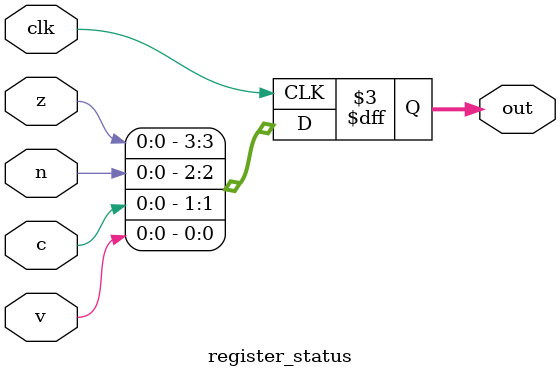
<source format=v>
`timescale 1ns / 1ps
module register_status(clk, z, n, c, v, out);
  input   clk, z, n, c, v;
  output [3:0]        out;
	
  wire  clk, z, n, c, v;
  reg [3:0] data;
  reg  [3:0]  out;

  initial begin
	out = 4'b0000;
  end
  always @(posedge clk) begin
	 data = {z,n,c,v};
	 out <= data;
  end
endmodule

</source>
